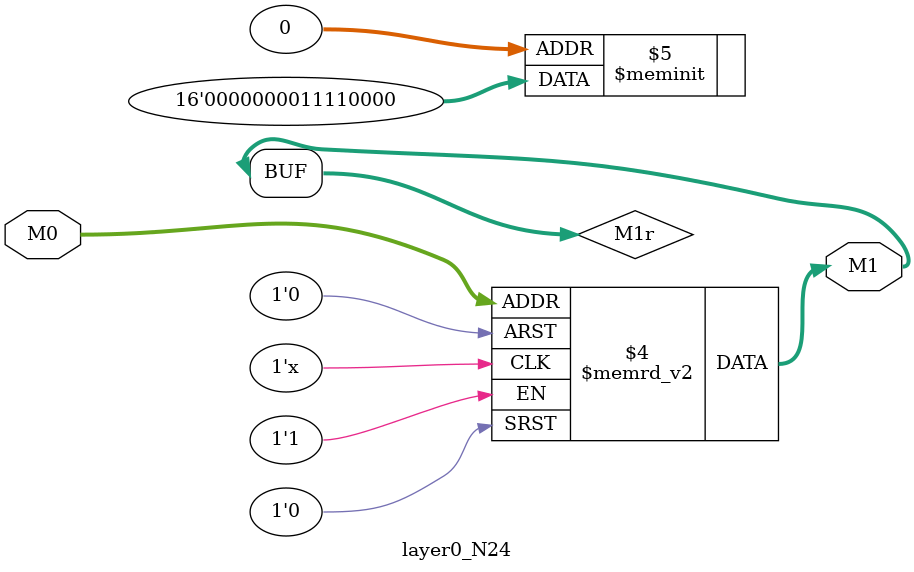
<source format=v>
module layer0_N24 ( input [2:0] M0, output [1:0] M1 );

	(*rom_style = "distributed" *) reg [1:0] M1r;
	assign M1 = M1r;
	always @ (M0) begin
		case (M0)
			3'b000: M1r = 2'b00;
			3'b100: M1r = 2'b00;
			3'b010: M1r = 2'b11;
			3'b110: M1r = 2'b00;
			3'b001: M1r = 2'b00;
			3'b101: M1r = 2'b00;
			3'b011: M1r = 2'b11;
			3'b111: M1r = 2'b00;

		endcase
	end
endmodule

</source>
